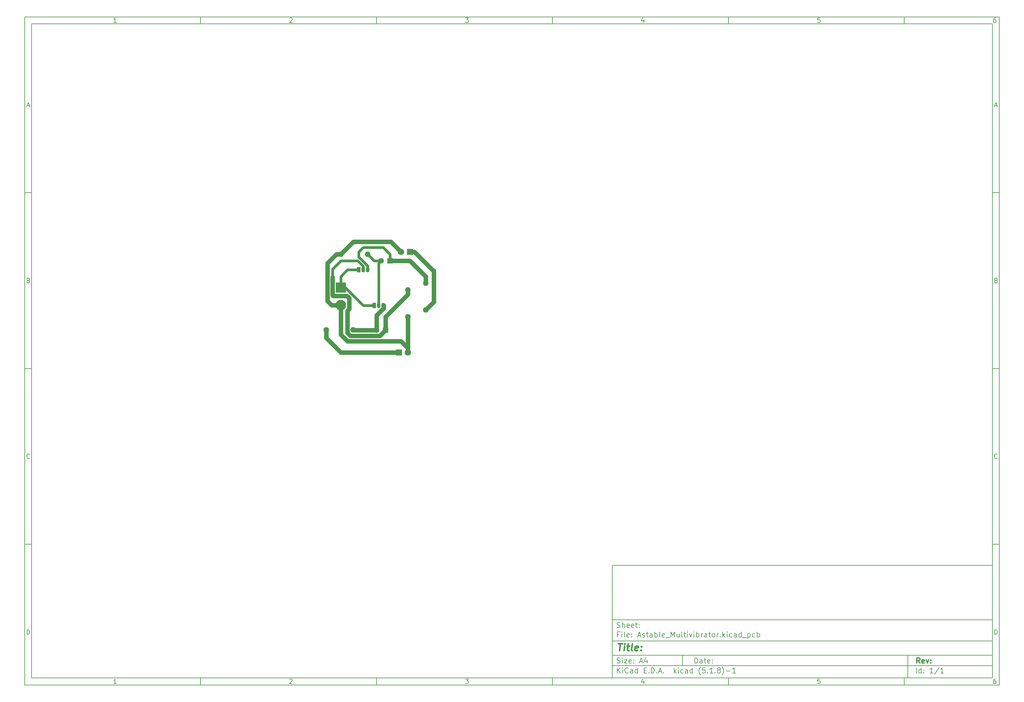
<source format=gbl>
%TF.GenerationSoftware,KiCad,Pcbnew,(5.1.8)-1*%
%TF.CreationDate,2021-07-18T16:23:34-07:00*%
%TF.ProjectId,Astable_Multivibrator,41737461-626c-4655-9f4d-756c74697669,rev?*%
%TF.SameCoordinates,Original*%
%TF.FileFunction,Copper,L2,Bot*%
%TF.FilePolarity,Positive*%
%FSLAX46Y46*%
G04 Gerber Fmt 4.6, Leading zero omitted, Abs format (unit mm)*
G04 Created by KiCad (PCBNEW (5.1.8)-1) date 2021-07-18 16:23:34*
%MOMM*%
%LPD*%
G01*
G04 APERTURE LIST*
%ADD10C,0.100000*%
%ADD11C,0.150000*%
%ADD12C,0.300000*%
%ADD13C,0.400000*%
%TA.AperFunction,ComponentPad*%
%ADD14C,1.800000*%
%TD*%
%TA.AperFunction,ComponentPad*%
%ADD15R,1.800000X1.800000*%
%TD*%
%TA.AperFunction,ComponentPad*%
%ADD16R,1.600000X1.600000*%
%TD*%
%TA.AperFunction,ComponentPad*%
%ADD17C,1.600000*%
%TD*%
%TA.AperFunction,ComponentPad*%
%ADD18R,3.000000X3.000000*%
%TD*%
%TA.AperFunction,ComponentPad*%
%ADD19C,3.000000*%
%TD*%
%TA.AperFunction,ComponentPad*%
%ADD20O,1.050000X1.500000*%
%TD*%
%TA.AperFunction,ComponentPad*%
%ADD21R,1.050000X1.500000*%
%TD*%
%TA.AperFunction,ComponentPad*%
%ADD22O,1.600000X1.600000*%
%TD*%
%TA.AperFunction,Conductor*%
%ADD23C,1.270000*%
%TD*%
%TA.AperFunction,Conductor*%
%ADD24C,0.762000*%
%TD*%
%TA.AperFunction,Conductor*%
%ADD25C,0.250000*%
%TD*%
G04 APERTURE END LIST*
D10*
D11*
X177002200Y-166007200D02*
X177002200Y-198007200D01*
X285002200Y-198007200D01*
X285002200Y-166007200D01*
X177002200Y-166007200D01*
D10*
D11*
X10000000Y-10000000D02*
X10000000Y-200007200D01*
X287002200Y-200007200D01*
X287002200Y-10000000D01*
X10000000Y-10000000D01*
D10*
D11*
X12000000Y-12000000D02*
X12000000Y-198007200D01*
X285002200Y-198007200D01*
X285002200Y-12000000D01*
X12000000Y-12000000D01*
D10*
D11*
X60000000Y-12000000D02*
X60000000Y-10000000D01*
D10*
D11*
X110000000Y-12000000D02*
X110000000Y-10000000D01*
D10*
D11*
X160000000Y-12000000D02*
X160000000Y-10000000D01*
D10*
D11*
X210000000Y-12000000D02*
X210000000Y-10000000D01*
D10*
D11*
X260000000Y-12000000D02*
X260000000Y-10000000D01*
D10*
D11*
X36065476Y-11588095D02*
X35322619Y-11588095D01*
X35694047Y-11588095D02*
X35694047Y-10288095D01*
X35570238Y-10473809D01*
X35446428Y-10597619D01*
X35322619Y-10659523D01*
D10*
D11*
X85322619Y-10411904D02*
X85384523Y-10350000D01*
X85508333Y-10288095D01*
X85817857Y-10288095D01*
X85941666Y-10350000D01*
X86003571Y-10411904D01*
X86065476Y-10535714D01*
X86065476Y-10659523D01*
X86003571Y-10845238D01*
X85260714Y-11588095D01*
X86065476Y-11588095D01*
D10*
D11*
X135260714Y-10288095D02*
X136065476Y-10288095D01*
X135632142Y-10783333D01*
X135817857Y-10783333D01*
X135941666Y-10845238D01*
X136003571Y-10907142D01*
X136065476Y-11030952D01*
X136065476Y-11340476D01*
X136003571Y-11464285D01*
X135941666Y-11526190D01*
X135817857Y-11588095D01*
X135446428Y-11588095D01*
X135322619Y-11526190D01*
X135260714Y-11464285D01*
D10*
D11*
X185941666Y-10721428D02*
X185941666Y-11588095D01*
X185632142Y-10226190D02*
X185322619Y-11154761D01*
X186127380Y-11154761D01*
D10*
D11*
X236003571Y-10288095D02*
X235384523Y-10288095D01*
X235322619Y-10907142D01*
X235384523Y-10845238D01*
X235508333Y-10783333D01*
X235817857Y-10783333D01*
X235941666Y-10845238D01*
X236003571Y-10907142D01*
X236065476Y-11030952D01*
X236065476Y-11340476D01*
X236003571Y-11464285D01*
X235941666Y-11526190D01*
X235817857Y-11588095D01*
X235508333Y-11588095D01*
X235384523Y-11526190D01*
X235322619Y-11464285D01*
D10*
D11*
X285941666Y-10288095D02*
X285694047Y-10288095D01*
X285570238Y-10350000D01*
X285508333Y-10411904D01*
X285384523Y-10597619D01*
X285322619Y-10845238D01*
X285322619Y-11340476D01*
X285384523Y-11464285D01*
X285446428Y-11526190D01*
X285570238Y-11588095D01*
X285817857Y-11588095D01*
X285941666Y-11526190D01*
X286003571Y-11464285D01*
X286065476Y-11340476D01*
X286065476Y-11030952D01*
X286003571Y-10907142D01*
X285941666Y-10845238D01*
X285817857Y-10783333D01*
X285570238Y-10783333D01*
X285446428Y-10845238D01*
X285384523Y-10907142D01*
X285322619Y-11030952D01*
D10*
D11*
X60000000Y-198007200D02*
X60000000Y-200007200D01*
D10*
D11*
X110000000Y-198007200D02*
X110000000Y-200007200D01*
D10*
D11*
X160000000Y-198007200D02*
X160000000Y-200007200D01*
D10*
D11*
X210000000Y-198007200D02*
X210000000Y-200007200D01*
D10*
D11*
X260000000Y-198007200D02*
X260000000Y-200007200D01*
D10*
D11*
X36065476Y-199595295D02*
X35322619Y-199595295D01*
X35694047Y-199595295D02*
X35694047Y-198295295D01*
X35570238Y-198481009D01*
X35446428Y-198604819D01*
X35322619Y-198666723D01*
D10*
D11*
X85322619Y-198419104D02*
X85384523Y-198357200D01*
X85508333Y-198295295D01*
X85817857Y-198295295D01*
X85941666Y-198357200D01*
X86003571Y-198419104D01*
X86065476Y-198542914D01*
X86065476Y-198666723D01*
X86003571Y-198852438D01*
X85260714Y-199595295D01*
X86065476Y-199595295D01*
D10*
D11*
X135260714Y-198295295D02*
X136065476Y-198295295D01*
X135632142Y-198790533D01*
X135817857Y-198790533D01*
X135941666Y-198852438D01*
X136003571Y-198914342D01*
X136065476Y-199038152D01*
X136065476Y-199347676D01*
X136003571Y-199471485D01*
X135941666Y-199533390D01*
X135817857Y-199595295D01*
X135446428Y-199595295D01*
X135322619Y-199533390D01*
X135260714Y-199471485D01*
D10*
D11*
X185941666Y-198728628D02*
X185941666Y-199595295D01*
X185632142Y-198233390D02*
X185322619Y-199161961D01*
X186127380Y-199161961D01*
D10*
D11*
X236003571Y-198295295D02*
X235384523Y-198295295D01*
X235322619Y-198914342D01*
X235384523Y-198852438D01*
X235508333Y-198790533D01*
X235817857Y-198790533D01*
X235941666Y-198852438D01*
X236003571Y-198914342D01*
X236065476Y-199038152D01*
X236065476Y-199347676D01*
X236003571Y-199471485D01*
X235941666Y-199533390D01*
X235817857Y-199595295D01*
X235508333Y-199595295D01*
X235384523Y-199533390D01*
X235322619Y-199471485D01*
D10*
D11*
X285941666Y-198295295D02*
X285694047Y-198295295D01*
X285570238Y-198357200D01*
X285508333Y-198419104D01*
X285384523Y-198604819D01*
X285322619Y-198852438D01*
X285322619Y-199347676D01*
X285384523Y-199471485D01*
X285446428Y-199533390D01*
X285570238Y-199595295D01*
X285817857Y-199595295D01*
X285941666Y-199533390D01*
X286003571Y-199471485D01*
X286065476Y-199347676D01*
X286065476Y-199038152D01*
X286003571Y-198914342D01*
X285941666Y-198852438D01*
X285817857Y-198790533D01*
X285570238Y-198790533D01*
X285446428Y-198852438D01*
X285384523Y-198914342D01*
X285322619Y-199038152D01*
D10*
D11*
X10000000Y-60000000D02*
X12000000Y-60000000D01*
D10*
D11*
X10000000Y-110000000D02*
X12000000Y-110000000D01*
D10*
D11*
X10000000Y-160000000D02*
X12000000Y-160000000D01*
D10*
D11*
X10690476Y-35216666D02*
X11309523Y-35216666D01*
X10566666Y-35588095D02*
X11000000Y-34288095D01*
X11433333Y-35588095D01*
D10*
D11*
X11092857Y-84907142D02*
X11278571Y-84969047D01*
X11340476Y-85030952D01*
X11402380Y-85154761D01*
X11402380Y-85340476D01*
X11340476Y-85464285D01*
X11278571Y-85526190D01*
X11154761Y-85588095D01*
X10659523Y-85588095D01*
X10659523Y-84288095D01*
X11092857Y-84288095D01*
X11216666Y-84350000D01*
X11278571Y-84411904D01*
X11340476Y-84535714D01*
X11340476Y-84659523D01*
X11278571Y-84783333D01*
X11216666Y-84845238D01*
X11092857Y-84907142D01*
X10659523Y-84907142D01*
D10*
D11*
X11402380Y-135464285D02*
X11340476Y-135526190D01*
X11154761Y-135588095D01*
X11030952Y-135588095D01*
X10845238Y-135526190D01*
X10721428Y-135402380D01*
X10659523Y-135278571D01*
X10597619Y-135030952D01*
X10597619Y-134845238D01*
X10659523Y-134597619D01*
X10721428Y-134473809D01*
X10845238Y-134350000D01*
X11030952Y-134288095D01*
X11154761Y-134288095D01*
X11340476Y-134350000D01*
X11402380Y-134411904D01*
D10*
D11*
X10659523Y-185588095D02*
X10659523Y-184288095D01*
X10969047Y-184288095D01*
X11154761Y-184350000D01*
X11278571Y-184473809D01*
X11340476Y-184597619D01*
X11402380Y-184845238D01*
X11402380Y-185030952D01*
X11340476Y-185278571D01*
X11278571Y-185402380D01*
X11154761Y-185526190D01*
X10969047Y-185588095D01*
X10659523Y-185588095D01*
D10*
D11*
X287002200Y-60000000D02*
X285002200Y-60000000D01*
D10*
D11*
X287002200Y-110000000D02*
X285002200Y-110000000D01*
D10*
D11*
X287002200Y-160000000D02*
X285002200Y-160000000D01*
D10*
D11*
X285692676Y-35216666D02*
X286311723Y-35216666D01*
X285568866Y-35588095D02*
X286002200Y-34288095D01*
X286435533Y-35588095D01*
D10*
D11*
X286095057Y-84907142D02*
X286280771Y-84969047D01*
X286342676Y-85030952D01*
X286404580Y-85154761D01*
X286404580Y-85340476D01*
X286342676Y-85464285D01*
X286280771Y-85526190D01*
X286156961Y-85588095D01*
X285661723Y-85588095D01*
X285661723Y-84288095D01*
X286095057Y-84288095D01*
X286218866Y-84350000D01*
X286280771Y-84411904D01*
X286342676Y-84535714D01*
X286342676Y-84659523D01*
X286280771Y-84783333D01*
X286218866Y-84845238D01*
X286095057Y-84907142D01*
X285661723Y-84907142D01*
D10*
D11*
X286404580Y-135464285D02*
X286342676Y-135526190D01*
X286156961Y-135588095D01*
X286033152Y-135588095D01*
X285847438Y-135526190D01*
X285723628Y-135402380D01*
X285661723Y-135278571D01*
X285599819Y-135030952D01*
X285599819Y-134845238D01*
X285661723Y-134597619D01*
X285723628Y-134473809D01*
X285847438Y-134350000D01*
X286033152Y-134288095D01*
X286156961Y-134288095D01*
X286342676Y-134350000D01*
X286404580Y-134411904D01*
D10*
D11*
X285661723Y-185588095D02*
X285661723Y-184288095D01*
X285971247Y-184288095D01*
X286156961Y-184350000D01*
X286280771Y-184473809D01*
X286342676Y-184597619D01*
X286404580Y-184845238D01*
X286404580Y-185030952D01*
X286342676Y-185278571D01*
X286280771Y-185402380D01*
X286156961Y-185526190D01*
X285971247Y-185588095D01*
X285661723Y-185588095D01*
D10*
D11*
X200434342Y-193785771D02*
X200434342Y-192285771D01*
X200791485Y-192285771D01*
X201005771Y-192357200D01*
X201148628Y-192500057D01*
X201220057Y-192642914D01*
X201291485Y-192928628D01*
X201291485Y-193142914D01*
X201220057Y-193428628D01*
X201148628Y-193571485D01*
X201005771Y-193714342D01*
X200791485Y-193785771D01*
X200434342Y-193785771D01*
X202577200Y-193785771D02*
X202577200Y-193000057D01*
X202505771Y-192857200D01*
X202362914Y-192785771D01*
X202077200Y-192785771D01*
X201934342Y-192857200D01*
X202577200Y-193714342D02*
X202434342Y-193785771D01*
X202077200Y-193785771D01*
X201934342Y-193714342D01*
X201862914Y-193571485D01*
X201862914Y-193428628D01*
X201934342Y-193285771D01*
X202077200Y-193214342D01*
X202434342Y-193214342D01*
X202577200Y-193142914D01*
X203077200Y-192785771D02*
X203648628Y-192785771D01*
X203291485Y-192285771D02*
X203291485Y-193571485D01*
X203362914Y-193714342D01*
X203505771Y-193785771D01*
X203648628Y-193785771D01*
X204720057Y-193714342D02*
X204577200Y-193785771D01*
X204291485Y-193785771D01*
X204148628Y-193714342D01*
X204077200Y-193571485D01*
X204077200Y-193000057D01*
X204148628Y-192857200D01*
X204291485Y-192785771D01*
X204577200Y-192785771D01*
X204720057Y-192857200D01*
X204791485Y-193000057D01*
X204791485Y-193142914D01*
X204077200Y-193285771D01*
X205434342Y-193642914D02*
X205505771Y-193714342D01*
X205434342Y-193785771D01*
X205362914Y-193714342D01*
X205434342Y-193642914D01*
X205434342Y-193785771D01*
X205434342Y-192857200D02*
X205505771Y-192928628D01*
X205434342Y-193000057D01*
X205362914Y-192928628D01*
X205434342Y-192857200D01*
X205434342Y-193000057D01*
D10*
D11*
X177002200Y-194507200D02*
X285002200Y-194507200D01*
D10*
D11*
X178434342Y-196585771D02*
X178434342Y-195085771D01*
X179291485Y-196585771D02*
X178648628Y-195728628D01*
X179291485Y-195085771D02*
X178434342Y-195942914D01*
X179934342Y-196585771D02*
X179934342Y-195585771D01*
X179934342Y-195085771D02*
X179862914Y-195157200D01*
X179934342Y-195228628D01*
X180005771Y-195157200D01*
X179934342Y-195085771D01*
X179934342Y-195228628D01*
X181505771Y-196442914D02*
X181434342Y-196514342D01*
X181220057Y-196585771D01*
X181077200Y-196585771D01*
X180862914Y-196514342D01*
X180720057Y-196371485D01*
X180648628Y-196228628D01*
X180577200Y-195942914D01*
X180577200Y-195728628D01*
X180648628Y-195442914D01*
X180720057Y-195300057D01*
X180862914Y-195157200D01*
X181077200Y-195085771D01*
X181220057Y-195085771D01*
X181434342Y-195157200D01*
X181505771Y-195228628D01*
X182791485Y-196585771D02*
X182791485Y-195800057D01*
X182720057Y-195657200D01*
X182577200Y-195585771D01*
X182291485Y-195585771D01*
X182148628Y-195657200D01*
X182791485Y-196514342D02*
X182648628Y-196585771D01*
X182291485Y-196585771D01*
X182148628Y-196514342D01*
X182077200Y-196371485D01*
X182077200Y-196228628D01*
X182148628Y-196085771D01*
X182291485Y-196014342D01*
X182648628Y-196014342D01*
X182791485Y-195942914D01*
X184148628Y-196585771D02*
X184148628Y-195085771D01*
X184148628Y-196514342D02*
X184005771Y-196585771D01*
X183720057Y-196585771D01*
X183577200Y-196514342D01*
X183505771Y-196442914D01*
X183434342Y-196300057D01*
X183434342Y-195871485D01*
X183505771Y-195728628D01*
X183577200Y-195657200D01*
X183720057Y-195585771D01*
X184005771Y-195585771D01*
X184148628Y-195657200D01*
X186005771Y-195800057D02*
X186505771Y-195800057D01*
X186720057Y-196585771D02*
X186005771Y-196585771D01*
X186005771Y-195085771D01*
X186720057Y-195085771D01*
X187362914Y-196442914D02*
X187434342Y-196514342D01*
X187362914Y-196585771D01*
X187291485Y-196514342D01*
X187362914Y-196442914D01*
X187362914Y-196585771D01*
X188077200Y-196585771D02*
X188077200Y-195085771D01*
X188434342Y-195085771D01*
X188648628Y-195157200D01*
X188791485Y-195300057D01*
X188862914Y-195442914D01*
X188934342Y-195728628D01*
X188934342Y-195942914D01*
X188862914Y-196228628D01*
X188791485Y-196371485D01*
X188648628Y-196514342D01*
X188434342Y-196585771D01*
X188077200Y-196585771D01*
X189577200Y-196442914D02*
X189648628Y-196514342D01*
X189577200Y-196585771D01*
X189505771Y-196514342D01*
X189577200Y-196442914D01*
X189577200Y-196585771D01*
X190220057Y-196157200D02*
X190934342Y-196157200D01*
X190077200Y-196585771D02*
X190577200Y-195085771D01*
X191077200Y-196585771D01*
X191577200Y-196442914D02*
X191648628Y-196514342D01*
X191577200Y-196585771D01*
X191505771Y-196514342D01*
X191577200Y-196442914D01*
X191577200Y-196585771D01*
X194577200Y-196585771D02*
X194577200Y-195085771D01*
X194720057Y-196014342D02*
X195148628Y-196585771D01*
X195148628Y-195585771D02*
X194577200Y-196157200D01*
X195791485Y-196585771D02*
X195791485Y-195585771D01*
X195791485Y-195085771D02*
X195720057Y-195157200D01*
X195791485Y-195228628D01*
X195862914Y-195157200D01*
X195791485Y-195085771D01*
X195791485Y-195228628D01*
X197148628Y-196514342D02*
X197005771Y-196585771D01*
X196720057Y-196585771D01*
X196577200Y-196514342D01*
X196505771Y-196442914D01*
X196434342Y-196300057D01*
X196434342Y-195871485D01*
X196505771Y-195728628D01*
X196577200Y-195657200D01*
X196720057Y-195585771D01*
X197005771Y-195585771D01*
X197148628Y-195657200D01*
X198434342Y-196585771D02*
X198434342Y-195800057D01*
X198362914Y-195657200D01*
X198220057Y-195585771D01*
X197934342Y-195585771D01*
X197791485Y-195657200D01*
X198434342Y-196514342D02*
X198291485Y-196585771D01*
X197934342Y-196585771D01*
X197791485Y-196514342D01*
X197720057Y-196371485D01*
X197720057Y-196228628D01*
X197791485Y-196085771D01*
X197934342Y-196014342D01*
X198291485Y-196014342D01*
X198434342Y-195942914D01*
X199791485Y-196585771D02*
X199791485Y-195085771D01*
X199791485Y-196514342D02*
X199648628Y-196585771D01*
X199362914Y-196585771D01*
X199220057Y-196514342D01*
X199148628Y-196442914D01*
X199077200Y-196300057D01*
X199077200Y-195871485D01*
X199148628Y-195728628D01*
X199220057Y-195657200D01*
X199362914Y-195585771D01*
X199648628Y-195585771D01*
X199791485Y-195657200D01*
X202077200Y-197157200D02*
X202005771Y-197085771D01*
X201862914Y-196871485D01*
X201791485Y-196728628D01*
X201720057Y-196514342D01*
X201648628Y-196157200D01*
X201648628Y-195871485D01*
X201720057Y-195514342D01*
X201791485Y-195300057D01*
X201862914Y-195157200D01*
X202005771Y-194942914D01*
X202077200Y-194871485D01*
X203362914Y-195085771D02*
X202648628Y-195085771D01*
X202577200Y-195800057D01*
X202648628Y-195728628D01*
X202791485Y-195657200D01*
X203148628Y-195657200D01*
X203291485Y-195728628D01*
X203362914Y-195800057D01*
X203434342Y-195942914D01*
X203434342Y-196300057D01*
X203362914Y-196442914D01*
X203291485Y-196514342D01*
X203148628Y-196585771D01*
X202791485Y-196585771D01*
X202648628Y-196514342D01*
X202577200Y-196442914D01*
X204077200Y-196442914D02*
X204148628Y-196514342D01*
X204077200Y-196585771D01*
X204005771Y-196514342D01*
X204077200Y-196442914D01*
X204077200Y-196585771D01*
X205577200Y-196585771D02*
X204720057Y-196585771D01*
X205148628Y-196585771D02*
X205148628Y-195085771D01*
X205005771Y-195300057D01*
X204862914Y-195442914D01*
X204720057Y-195514342D01*
X206220057Y-196442914D02*
X206291485Y-196514342D01*
X206220057Y-196585771D01*
X206148628Y-196514342D01*
X206220057Y-196442914D01*
X206220057Y-196585771D01*
X207148628Y-195728628D02*
X207005771Y-195657200D01*
X206934342Y-195585771D01*
X206862914Y-195442914D01*
X206862914Y-195371485D01*
X206934342Y-195228628D01*
X207005771Y-195157200D01*
X207148628Y-195085771D01*
X207434342Y-195085771D01*
X207577200Y-195157200D01*
X207648628Y-195228628D01*
X207720057Y-195371485D01*
X207720057Y-195442914D01*
X207648628Y-195585771D01*
X207577200Y-195657200D01*
X207434342Y-195728628D01*
X207148628Y-195728628D01*
X207005771Y-195800057D01*
X206934342Y-195871485D01*
X206862914Y-196014342D01*
X206862914Y-196300057D01*
X206934342Y-196442914D01*
X207005771Y-196514342D01*
X207148628Y-196585771D01*
X207434342Y-196585771D01*
X207577200Y-196514342D01*
X207648628Y-196442914D01*
X207720057Y-196300057D01*
X207720057Y-196014342D01*
X207648628Y-195871485D01*
X207577200Y-195800057D01*
X207434342Y-195728628D01*
X208220057Y-197157200D02*
X208291485Y-197085771D01*
X208434342Y-196871485D01*
X208505771Y-196728628D01*
X208577200Y-196514342D01*
X208648628Y-196157200D01*
X208648628Y-195871485D01*
X208577200Y-195514342D01*
X208505771Y-195300057D01*
X208434342Y-195157200D01*
X208291485Y-194942914D01*
X208220057Y-194871485D01*
X209362914Y-196014342D02*
X210505771Y-196014342D01*
X212005771Y-196585771D02*
X211148628Y-196585771D01*
X211577200Y-196585771D02*
X211577200Y-195085771D01*
X211434342Y-195300057D01*
X211291485Y-195442914D01*
X211148628Y-195514342D01*
D10*
D11*
X177002200Y-191507200D02*
X285002200Y-191507200D01*
D10*
D12*
X264411485Y-193785771D02*
X263911485Y-193071485D01*
X263554342Y-193785771D02*
X263554342Y-192285771D01*
X264125771Y-192285771D01*
X264268628Y-192357200D01*
X264340057Y-192428628D01*
X264411485Y-192571485D01*
X264411485Y-192785771D01*
X264340057Y-192928628D01*
X264268628Y-193000057D01*
X264125771Y-193071485D01*
X263554342Y-193071485D01*
X265625771Y-193714342D02*
X265482914Y-193785771D01*
X265197200Y-193785771D01*
X265054342Y-193714342D01*
X264982914Y-193571485D01*
X264982914Y-193000057D01*
X265054342Y-192857200D01*
X265197200Y-192785771D01*
X265482914Y-192785771D01*
X265625771Y-192857200D01*
X265697200Y-193000057D01*
X265697200Y-193142914D01*
X264982914Y-193285771D01*
X266197200Y-192785771D02*
X266554342Y-193785771D01*
X266911485Y-192785771D01*
X267482914Y-193642914D02*
X267554342Y-193714342D01*
X267482914Y-193785771D01*
X267411485Y-193714342D01*
X267482914Y-193642914D01*
X267482914Y-193785771D01*
X267482914Y-192857200D02*
X267554342Y-192928628D01*
X267482914Y-193000057D01*
X267411485Y-192928628D01*
X267482914Y-192857200D01*
X267482914Y-193000057D01*
D10*
D11*
X178362914Y-193714342D02*
X178577200Y-193785771D01*
X178934342Y-193785771D01*
X179077200Y-193714342D01*
X179148628Y-193642914D01*
X179220057Y-193500057D01*
X179220057Y-193357200D01*
X179148628Y-193214342D01*
X179077200Y-193142914D01*
X178934342Y-193071485D01*
X178648628Y-193000057D01*
X178505771Y-192928628D01*
X178434342Y-192857200D01*
X178362914Y-192714342D01*
X178362914Y-192571485D01*
X178434342Y-192428628D01*
X178505771Y-192357200D01*
X178648628Y-192285771D01*
X179005771Y-192285771D01*
X179220057Y-192357200D01*
X179862914Y-193785771D02*
X179862914Y-192785771D01*
X179862914Y-192285771D02*
X179791485Y-192357200D01*
X179862914Y-192428628D01*
X179934342Y-192357200D01*
X179862914Y-192285771D01*
X179862914Y-192428628D01*
X180434342Y-192785771D02*
X181220057Y-192785771D01*
X180434342Y-193785771D01*
X181220057Y-193785771D01*
X182362914Y-193714342D02*
X182220057Y-193785771D01*
X181934342Y-193785771D01*
X181791485Y-193714342D01*
X181720057Y-193571485D01*
X181720057Y-193000057D01*
X181791485Y-192857200D01*
X181934342Y-192785771D01*
X182220057Y-192785771D01*
X182362914Y-192857200D01*
X182434342Y-193000057D01*
X182434342Y-193142914D01*
X181720057Y-193285771D01*
X183077200Y-193642914D02*
X183148628Y-193714342D01*
X183077200Y-193785771D01*
X183005771Y-193714342D01*
X183077200Y-193642914D01*
X183077200Y-193785771D01*
X183077200Y-192857200D02*
X183148628Y-192928628D01*
X183077200Y-193000057D01*
X183005771Y-192928628D01*
X183077200Y-192857200D01*
X183077200Y-193000057D01*
X184862914Y-193357200D02*
X185577200Y-193357200D01*
X184720057Y-193785771D02*
X185220057Y-192285771D01*
X185720057Y-193785771D01*
X186862914Y-192785771D02*
X186862914Y-193785771D01*
X186505771Y-192214342D02*
X186148628Y-193285771D01*
X187077200Y-193285771D01*
D10*
D11*
X263434342Y-196585771D02*
X263434342Y-195085771D01*
X264791485Y-196585771D02*
X264791485Y-195085771D01*
X264791485Y-196514342D02*
X264648628Y-196585771D01*
X264362914Y-196585771D01*
X264220057Y-196514342D01*
X264148628Y-196442914D01*
X264077200Y-196300057D01*
X264077200Y-195871485D01*
X264148628Y-195728628D01*
X264220057Y-195657200D01*
X264362914Y-195585771D01*
X264648628Y-195585771D01*
X264791485Y-195657200D01*
X265505771Y-196442914D02*
X265577200Y-196514342D01*
X265505771Y-196585771D01*
X265434342Y-196514342D01*
X265505771Y-196442914D01*
X265505771Y-196585771D01*
X265505771Y-195657200D02*
X265577200Y-195728628D01*
X265505771Y-195800057D01*
X265434342Y-195728628D01*
X265505771Y-195657200D01*
X265505771Y-195800057D01*
X268148628Y-196585771D02*
X267291485Y-196585771D01*
X267720057Y-196585771D02*
X267720057Y-195085771D01*
X267577200Y-195300057D01*
X267434342Y-195442914D01*
X267291485Y-195514342D01*
X269862914Y-195014342D02*
X268577200Y-196942914D01*
X271148628Y-196585771D02*
X270291485Y-196585771D01*
X270720057Y-196585771D02*
X270720057Y-195085771D01*
X270577200Y-195300057D01*
X270434342Y-195442914D01*
X270291485Y-195514342D01*
D10*
D11*
X177002200Y-187507200D02*
X285002200Y-187507200D01*
D10*
D13*
X178714580Y-188211961D02*
X179857438Y-188211961D01*
X179036009Y-190211961D02*
X179286009Y-188211961D01*
X180274104Y-190211961D02*
X180440771Y-188878628D01*
X180524104Y-188211961D02*
X180416961Y-188307200D01*
X180500295Y-188402438D01*
X180607438Y-188307200D01*
X180524104Y-188211961D01*
X180500295Y-188402438D01*
X181107438Y-188878628D02*
X181869342Y-188878628D01*
X181476485Y-188211961D02*
X181262200Y-189926247D01*
X181333628Y-190116723D01*
X181512200Y-190211961D01*
X181702676Y-190211961D01*
X182655057Y-190211961D02*
X182476485Y-190116723D01*
X182405057Y-189926247D01*
X182619342Y-188211961D01*
X184190771Y-190116723D02*
X183988390Y-190211961D01*
X183607438Y-190211961D01*
X183428866Y-190116723D01*
X183357438Y-189926247D01*
X183452676Y-189164342D01*
X183571723Y-188973866D01*
X183774104Y-188878628D01*
X184155057Y-188878628D01*
X184333628Y-188973866D01*
X184405057Y-189164342D01*
X184381247Y-189354819D01*
X183405057Y-189545295D01*
X185155057Y-190021485D02*
X185238390Y-190116723D01*
X185131247Y-190211961D01*
X185047914Y-190116723D01*
X185155057Y-190021485D01*
X185131247Y-190211961D01*
X185286009Y-188973866D02*
X185369342Y-189069104D01*
X185262200Y-189164342D01*
X185178866Y-189069104D01*
X185286009Y-188973866D01*
X185262200Y-189164342D01*
D10*
D11*
X178934342Y-185600057D02*
X178434342Y-185600057D01*
X178434342Y-186385771D02*
X178434342Y-184885771D01*
X179148628Y-184885771D01*
X179720057Y-186385771D02*
X179720057Y-185385771D01*
X179720057Y-184885771D02*
X179648628Y-184957200D01*
X179720057Y-185028628D01*
X179791485Y-184957200D01*
X179720057Y-184885771D01*
X179720057Y-185028628D01*
X180648628Y-186385771D02*
X180505771Y-186314342D01*
X180434342Y-186171485D01*
X180434342Y-184885771D01*
X181791485Y-186314342D02*
X181648628Y-186385771D01*
X181362914Y-186385771D01*
X181220057Y-186314342D01*
X181148628Y-186171485D01*
X181148628Y-185600057D01*
X181220057Y-185457200D01*
X181362914Y-185385771D01*
X181648628Y-185385771D01*
X181791485Y-185457200D01*
X181862914Y-185600057D01*
X181862914Y-185742914D01*
X181148628Y-185885771D01*
X182505771Y-186242914D02*
X182577200Y-186314342D01*
X182505771Y-186385771D01*
X182434342Y-186314342D01*
X182505771Y-186242914D01*
X182505771Y-186385771D01*
X182505771Y-185457200D02*
X182577200Y-185528628D01*
X182505771Y-185600057D01*
X182434342Y-185528628D01*
X182505771Y-185457200D01*
X182505771Y-185600057D01*
X184291485Y-185957200D02*
X185005771Y-185957200D01*
X184148628Y-186385771D02*
X184648628Y-184885771D01*
X185148628Y-186385771D01*
X185577200Y-186314342D02*
X185720057Y-186385771D01*
X186005771Y-186385771D01*
X186148628Y-186314342D01*
X186220057Y-186171485D01*
X186220057Y-186100057D01*
X186148628Y-185957200D01*
X186005771Y-185885771D01*
X185791485Y-185885771D01*
X185648628Y-185814342D01*
X185577200Y-185671485D01*
X185577200Y-185600057D01*
X185648628Y-185457200D01*
X185791485Y-185385771D01*
X186005771Y-185385771D01*
X186148628Y-185457200D01*
X186648628Y-185385771D02*
X187220057Y-185385771D01*
X186862914Y-184885771D02*
X186862914Y-186171485D01*
X186934342Y-186314342D01*
X187077200Y-186385771D01*
X187220057Y-186385771D01*
X188362914Y-186385771D02*
X188362914Y-185600057D01*
X188291485Y-185457200D01*
X188148628Y-185385771D01*
X187862914Y-185385771D01*
X187720057Y-185457200D01*
X188362914Y-186314342D02*
X188220057Y-186385771D01*
X187862914Y-186385771D01*
X187720057Y-186314342D01*
X187648628Y-186171485D01*
X187648628Y-186028628D01*
X187720057Y-185885771D01*
X187862914Y-185814342D01*
X188220057Y-185814342D01*
X188362914Y-185742914D01*
X189077200Y-186385771D02*
X189077200Y-184885771D01*
X189077200Y-185457200D02*
X189220057Y-185385771D01*
X189505771Y-185385771D01*
X189648628Y-185457200D01*
X189720057Y-185528628D01*
X189791485Y-185671485D01*
X189791485Y-186100057D01*
X189720057Y-186242914D01*
X189648628Y-186314342D01*
X189505771Y-186385771D01*
X189220057Y-186385771D01*
X189077200Y-186314342D01*
X190648628Y-186385771D02*
X190505771Y-186314342D01*
X190434342Y-186171485D01*
X190434342Y-184885771D01*
X191791485Y-186314342D02*
X191648628Y-186385771D01*
X191362914Y-186385771D01*
X191220057Y-186314342D01*
X191148628Y-186171485D01*
X191148628Y-185600057D01*
X191220057Y-185457200D01*
X191362914Y-185385771D01*
X191648628Y-185385771D01*
X191791485Y-185457200D01*
X191862914Y-185600057D01*
X191862914Y-185742914D01*
X191148628Y-185885771D01*
X192148628Y-186528628D02*
X193291485Y-186528628D01*
X193648628Y-186385771D02*
X193648628Y-184885771D01*
X194148628Y-185957200D01*
X194648628Y-184885771D01*
X194648628Y-186385771D01*
X196005771Y-185385771D02*
X196005771Y-186385771D01*
X195362914Y-185385771D02*
X195362914Y-186171485D01*
X195434342Y-186314342D01*
X195577200Y-186385771D01*
X195791485Y-186385771D01*
X195934342Y-186314342D01*
X196005771Y-186242914D01*
X196934342Y-186385771D02*
X196791485Y-186314342D01*
X196720057Y-186171485D01*
X196720057Y-184885771D01*
X197291485Y-185385771D02*
X197862914Y-185385771D01*
X197505771Y-184885771D02*
X197505771Y-186171485D01*
X197577200Y-186314342D01*
X197720057Y-186385771D01*
X197862914Y-186385771D01*
X198362914Y-186385771D02*
X198362914Y-185385771D01*
X198362914Y-184885771D02*
X198291485Y-184957200D01*
X198362914Y-185028628D01*
X198434342Y-184957200D01*
X198362914Y-184885771D01*
X198362914Y-185028628D01*
X198934342Y-185385771D02*
X199291485Y-186385771D01*
X199648628Y-185385771D01*
X200220057Y-186385771D02*
X200220057Y-185385771D01*
X200220057Y-184885771D02*
X200148628Y-184957200D01*
X200220057Y-185028628D01*
X200291485Y-184957200D01*
X200220057Y-184885771D01*
X200220057Y-185028628D01*
X200934342Y-186385771D02*
X200934342Y-184885771D01*
X200934342Y-185457200D02*
X201077200Y-185385771D01*
X201362914Y-185385771D01*
X201505771Y-185457200D01*
X201577200Y-185528628D01*
X201648628Y-185671485D01*
X201648628Y-186100057D01*
X201577200Y-186242914D01*
X201505771Y-186314342D01*
X201362914Y-186385771D01*
X201077200Y-186385771D01*
X200934342Y-186314342D01*
X202291485Y-186385771D02*
X202291485Y-185385771D01*
X202291485Y-185671485D02*
X202362914Y-185528628D01*
X202434342Y-185457200D01*
X202577200Y-185385771D01*
X202720057Y-185385771D01*
X203862914Y-186385771D02*
X203862914Y-185600057D01*
X203791485Y-185457200D01*
X203648628Y-185385771D01*
X203362914Y-185385771D01*
X203220057Y-185457200D01*
X203862914Y-186314342D02*
X203720057Y-186385771D01*
X203362914Y-186385771D01*
X203220057Y-186314342D01*
X203148628Y-186171485D01*
X203148628Y-186028628D01*
X203220057Y-185885771D01*
X203362914Y-185814342D01*
X203720057Y-185814342D01*
X203862914Y-185742914D01*
X204362914Y-185385771D02*
X204934342Y-185385771D01*
X204577200Y-184885771D02*
X204577200Y-186171485D01*
X204648628Y-186314342D01*
X204791485Y-186385771D01*
X204934342Y-186385771D01*
X205648628Y-186385771D02*
X205505771Y-186314342D01*
X205434342Y-186242914D01*
X205362914Y-186100057D01*
X205362914Y-185671485D01*
X205434342Y-185528628D01*
X205505771Y-185457200D01*
X205648628Y-185385771D01*
X205862914Y-185385771D01*
X206005771Y-185457200D01*
X206077200Y-185528628D01*
X206148628Y-185671485D01*
X206148628Y-186100057D01*
X206077200Y-186242914D01*
X206005771Y-186314342D01*
X205862914Y-186385771D01*
X205648628Y-186385771D01*
X206791485Y-186385771D02*
X206791485Y-185385771D01*
X206791485Y-185671485D02*
X206862914Y-185528628D01*
X206934342Y-185457200D01*
X207077200Y-185385771D01*
X207220057Y-185385771D01*
X207720057Y-186242914D02*
X207791485Y-186314342D01*
X207720057Y-186385771D01*
X207648628Y-186314342D01*
X207720057Y-186242914D01*
X207720057Y-186385771D01*
X208434342Y-186385771D02*
X208434342Y-184885771D01*
X208577200Y-185814342D02*
X209005771Y-186385771D01*
X209005771Y-185385771D02*
X208434342Y-185957200D01*
X209648628Y-186385771D02*
X209648628Y-185385771D01*
X209648628Y-184885771D02*
X209577200Y-184957200D01*
X209648628Y-185028628D01*
X209720057Y-184957200D01*
X209648628Y-184885771D01*
X209648628Y-185028628D01*
X211005771Y-186314342D02*
X210862914Y-186385771D01*
X210577200Y-186385771D01*
X210434342Y-186314342D01*
X210362914Y-186242914D01*
X210291485Y-186100057D01*
X210291485Y-185671485D01*
X210362914Y-185528628D01*
X210434342Y-185457200D01*
X210577200Y-185385771D01*
X210862914Y-185385771D01*
X211005771Y-185457200D01*
X212291485Y-186385771D02*
X212291485Y-185600057D01*
X212220057Y-185457200D01*
X212077200Y-185385771D01*
X211791485Y-185385771D01*
X211648628Y-185457200D01*
X212291485Y-186314342D02*
X212148628Y-186385771D01*
X211791485Y-186385771D01*
X211648628Y-186314342D01*
X211577200Y-186171485D01*
X211577200Y-186028628D01*
X211648628Y-185885771D01*
X211791485Y-185814342D01*
X212148628Y-185814342D01*
X212291485Y-185742914D01*
X213648628Y-186385771D02*
X213648628Y-184885771D01*
X213648628Y-186314342D02*
X213505771Y-186385771D01*
X213220057Y-186385771D01*
X213077200Y-186314342D01*
X213005771Y-186242914D01*
X212934342Y-186100057D01*
X212934342Y-185671485D01*
X213005771Y-185528628D01*
X213077200Y-185457200D01*
X213220057Y-185385771D01*
X213505771Y-185385771D01*
X213648628Y-185457200D01*
X214005771Y-186528628D02*
X215148628Y-186528628D01*
X215505771Y-185385771D02*
X215505771Y-186885771D01*
X215505771Y-185457200D02*
X215648628Y-185385771D01*
X215934342Y-185385771D01*
X216077200Y-185457200D01*
X216148628Y-185528628D01*
X216220057Y-185671485D01*
X216220057Y-186100057D01*
X216148628Y-186242914D01*
X216077200Y-186314342D01*
X215934342Y-186385771D01*
X215648628Y-186385771D01*
X215505771Y-186314342D01*
X217505771Y-186314342D02*
X217362914Y-186385771D01*
X217077200Y-186385771D01*
X216934342Y-186314342D01*
X216862914Y-186242914D01*
X216791485Y-186100057D01*
X216791485Y-185671485D01*
X216862914Y-185528628D01*
X216934342Y-185457200D01*
X217077200Y-185385771D01*
X217362914Y-185385771D01*
X217505771Y-185457200D01*
X218148628Y-186385771D02*
X218148628Y-184885771D01*
X218148628Y-185457200D02*
X218291485Y-185385771D01*
X218577200Y-185385771D01*
X218720057Y-185457200D01*
X218791485Y-185528628D01*
X218862914Y-185671485D01*
X218862914Y-186100057D01*
X218791485Y-186242914D01*
X218720057Y-186314342D01*
X218577200Y-186385771D01*
X218291485Y-186385771D01*
X218148628Y-186314342D01*
D10*
D11*
X177002200Y-181507200D02*
X285002200Y-181507200D01*
D10*
D11*
X178362914Y-183614342D02*
X178577200Y-183685771D01*
X178934342Y-183685771D01*
X179077200Y-183614342D01*
X179148628Y-183542914D01*
X179220057Y-183400057D01*
X179220057Y-183257200D01*
X179148628Y-183114342D01*
X179077200Y-183042914D01*
X178934342Y-182971485D01*
X178648628Y-182900057D01*
X178505771Y-182828628D01*
X178434342Y-182757200D01*
X178362914Y-182614342D01*
X178362914Y-182471485D01*
X178434342Y-182328628D01*
X178505771Y-182257200D01*
X178648628Y-182185771D01*
X179005771Y-182185771D01*
X179220057Y-182257200D01*
X179862914Y-183685771D02*
X179862914Y-182185771D01*
X180505771Y-183685771D02*
X180505771Y-182900057D01*
X180434342Y-182757200D01*
X180291485Y-182685771D01*
X180077200Y-182685771D01*
X179934342Y-182757200D01*
X179862914Y-182828628D01*
X181791485Y-183614342D02*
X181648628Y-183685771D01*
X181362914Y-183685771D01*
X181220057Y-183614342D01*
X181148628Y-183471485D01*
X181148628Y-182900057D01*
X181220057Y-182757200D01*
X181362914Y-182685771D01*
X181648628Y-182685771D01*
X181791485Y-182757200D01*
X181862914Y-182900057D01*
X181862914Y-183042914D01*
X181148628Y-183185771D01*
X183077200Y-183614342D02*
X182934342Y-183685771D01*
X182648628Y-183685771D01*
X182505771Y-183614342D01*
X182434342Y-183471485D01*
X182434342Y-182900057D01*
X182505771Y-182757200D01*
X182648628Y-182685771D01*
X182934342Y-182685771D01*
X183077200Y-182757200D01*
X183148628Y-182900057D01*
X183148628Y-183042914D01*
X182434342Y-183185771D01*
X183577200Y-182685771D02*
X184148628Y-182685771D01*
X183791485Y-182185771D02*
X183791485Y-183471485D01*
X183862914Y-183614342D01*
X184005771Y-183685771D01*
X184148628Y-183685771D01*
X184648628Y-183542914D02*
X184720057Y-183614342D01*
X184648628Y-183685771D01*
X184577200Y-183614342D01*
X184648628Y-183542914D01*
X184648628Y-183685771D01*
X184648628Y-182757200D02*
X184720057Y-182828628D01*
X184648628Y-182900057D01*
X184577200Y-182828628D01*
X184648628Y-182757200D01*
X184648628Y-182900057D01*
D10*
D11*
X197002200Y-191507200D02*
X197002200Y-194507200D01*
D10*
D11*
X261002200Y-191507200D02*
X261002200Y-198007200D01*
D14*
%TO.P,D2,2*%
%TO.N,Net-(D1-Pad2)*%
X116995000Y-76835000D03*
D15*
%TO.P,D2,1*%
%TO.N,Net-(D2-Pad1)*%
X119535000Y-76835000D03*
%TD*%
D14*
%TO.P,D1,2*%
%TO.N,Net-(D1-Pad2)*%
X118900000Y-105410000D03*
D15*
%TO.P,D1,1*%
%TO.N,Net-(D1-Pad1)*%
X116360000Y-105410000D03*
%TD*%
D16*
%TO.P,C1,1*%
%TO.N,Net-(C1-Pad1)*%
X112550000Y-99060000D03*
D17*
%TO.P,C1,2*%
%TO.N,Net-(C1-Pad2)*%
X110050000Y-99060000D03*
%TD*%
%TO.P,C2,2*%
%TO.N,Net-(C2-Pad2)*%
X111320000Y-79375000D03*
D16*
%TO.P,C2,1*%
%TO.N,Net-(C2-Pad1)*%
X113820000Y-79375000D03*
%TD*%
D18*
%TO.P,J1,1*%
%TO.N,GND*%
X99850000Y-86995000D03*
D19*
%TO.P,J1,2*%
%TO.N,Net-(D1-Pad2)*%
X99850000Y-91995000D03*
%TD*%
D20*
%TO.P,Q1,2*%
%TO.N,Net-(C2-Pad2)*%
X110645000Y-92075000D03*
%TO.P,Q1,3*%
%TO.N,Net-(C1-Pad2)*%
X111915000Y-92075000D03*
D21*
%TO.P,Q1,1*%
%TO.N,GND*%
X109375000Y-92075000D03*
%TD*%
%TO.P,Q2,1*%
%TO.N,GND*%
X104930000Y-81915000D03*
D20*
%TO.P,Q2,3*%
%TO.N,Net-(C2-Pad1)*%
X107470000Y-81915000D03*
%TO.P,Q2,2*%
%TO.N,Net-(C1-Pad1)*%
X106200000Y-81915000D03*
%TD*%
D17*
%TO.P,R1,1*%
%TO.N,Net-(D1-Pad1)*%
X95690001Y-99040001D03*
D22*
%TO.P,R1,2*%
%TO.N,Net-(C1-Pad2)*%
X103310001Y-99040001D03*
%TD*%
%TO.P,R2,2*%
%TO.N,Net-(C1-Pad1)*%
X118900000Y-87630000D03*
D17*
%TO.P,R2,1*%
%TO.N,Net-(D1-Pad2)*%
X118900000Y-95250000D03*
%TD*%
%TO.P,R3,1*%
%TO.N,Net-(D1-Pad2)*%
X99850000Y-77470000D03*
D22*
%TO.P,R3,2*%
%TO.N,Net-(C2-Pad2)*%
X107470000Y-77470000D03*
%TD*%
%TO.P,R4,2*%
%TO.N,Net-(C2-Pad1)*%
X123980000Y-85725000D03*
D17*
%TO.P,R4,1*%
%TO.N,Net-(D2-Pad1)*%
X123980000Y-93345000D03*
%TD*%
D23*
%TO.N,Net-(C1-Pad1)*%
X112550000Y-99060000D02*
X112550000Y-95250000D01*
X118900000Y-88900000D02*
X112550000Y-95250000D01*
X118900000Y-87630000D02*
X118900000Y-88900000D01*
X101550001Y-89330001D02*
X97681999Y-89330001D01*
X102185001Y-89965001D02*
X101550001Y-89330001D01*
X101675000Y-93625802D02*
X102185001Y-93115801D01*
X97681999Y-89330001D02*
X97514999Y-89163001D01*
X101675000Y-99824802D02*
X101675000Y-93625802D01*
X102545199Y-100695001D02*
X101675000Y-99824802D01*
X102185001Y-93115801D02*
X102185001Y-89965001D01*
X110914999Y-100695001D02*
X102545199Y-100695001D01*
X97514999Y-89163001D02*
X97514999Y-84011999D01*
X112550000Y-99060000D02*
X110914999Y-100695001D01*
D24*
X97514999Y-81710001D02*
X97514999Y-84011999D01*
X97514999Y-81710001D02*
X99850000Y-79375000D01*
X106200000Y-80864198D02*
X106200000Y-81915000D01*
X104710802Y-79375000D02*
X106200000Y-80864198D01*
X99850000Y-79375000D02*
X104710802Y-79375000D01*
D23*
%TO.N,Net-(C1-Pad2)*%
X103330000Y-99060000D02*
X103310001Y-99040001D01*
X110050000Y-99060000D02*
X103330000Y-99060000D01*
X112005010Y-92863334D02*
X112005010Y-92075000D01*
X110050000Y-94818344D02*
X112005010Y-92863334D01*
X110050000Y-99060000D02*
X110050000Y-94818344D01*
D24*
%TO.N,Net-(C2-Pad2)*%
X110645000Y-80050000D02*
X111320000Y-79375000D01*
X110645000Y-92075000D02*
X110645000Y-80050000D01*
X109375000Y-79375000D02*
X107470000Y-77470000D01*
X111320000Y-79375000D02*
X109375000Y-79375000D01*
D23*
%TO.N,Net-(C2-Pad1)*%
X123980000Y-85725000D02*
X123980000Y-83820000D01*
X119535000Y-79375000D02*
X113820000Y-79375000D01*
X123980000Y-83820000D02*
X119535000Y-79375000D01*
D24*
X107470000Y-80773712D02*
X104930000Y-78233712D01*
X107470000Y-81915000D02*
X107470000Y-80773712D01*
X104930000Y-78233712D02*
X104930000Y-76835000D01*
X104930000Y-76835000D02*
X106200000Y-75565000D01*
X106200000Y-75565000D02*
X111915000Y-75565000D01*
X113820000Y-77470000D02*
X113820000Y-79375000D01*
X111915000Y-75565000D02*
X113820000Y-77470000D01*
D25*
%TO.N,GND*%
X99850000Y-86995000D02*
X99215000Y-86995000D01*
D24*
X99850000Y-86995000D02*
X101120000Y-86995000D01*
X106200000Y-92075000D02*
X109375000Y-92075000D01*
X101120000Y-86995000D02*
X106200000Y-92075000D01*
X101755000Y-81915000D02*
X104930000Y-81915000D01*
X99850000Y-83820000D02*
X101755000Y-81915000D01*
X99850000Y-86995000D02*
X99850000Y-83820000D01*
D23*
%TO.N,Net-(D1-Pad2)*%
X99850000Y-100327208D02*
X99850000Y-91995000D01*
X116995000Y-76835000D02*
X114089999Y-73929999D01*
X118900000Y-95250000D02*
X118900000Y-99060000D01*
X99850000Y-100327208D02*
X101757792Y-102235000D01*
X116995000Y-102235000D02*
X118900000Y-104140000D01*
X101757792Y-102235000D02*
X116995000Y-102235000D01*
X118900000Y-104140000D02*
X118900000Y-99060000D01*
X118900000Y-105410000D02*
X118900000Y-104140000D01*
X96040000Y-80010000D02*
X98580000Y-77470000D01*
X98580000Y-77470000D02*
X99850000Y-77470000D01*
X96040000Y-90805000D02*
X96040000Y-80010000D01*
X97230000Y-91995000D02*
X96040000Y-90805000D01*
X99850000Y-91995000D02*
X97230000Y-91995000D01*
X103390001Y-73929999D02*
X103929999Y-73929999D01*
X99850000Y-77470000D02*
X103390001Y-73929999D01*
X114089999Y-73929999D02*
X103929999Y-73929999D01*
%TO.N,Net-(D1-Pad1)*%
X95690001Y-99040001D02*
X95690001Y-101250001D01*
X116360000Y-105410000D02*
X99850000Y-105410000D01*
X99850000Y-105410000D02*
X95690001Y-101250001D01*
%TO.N,Net-(D2-Pad1)*%
X123980000Y-93345000D02*
X126294990Y-91030010D01*
X126294990Y-82140010D02*
X126110010Y-82140010D01*
X126294990Y-91030010D02*
X126294990Y-82140010D01*
X120805000Y-76835000D02*
X119535000Y-76835000D01*
X126110010Y-82140010D02*
X120805000Y-76835000D01*
%TD*%
M02*

</source>
